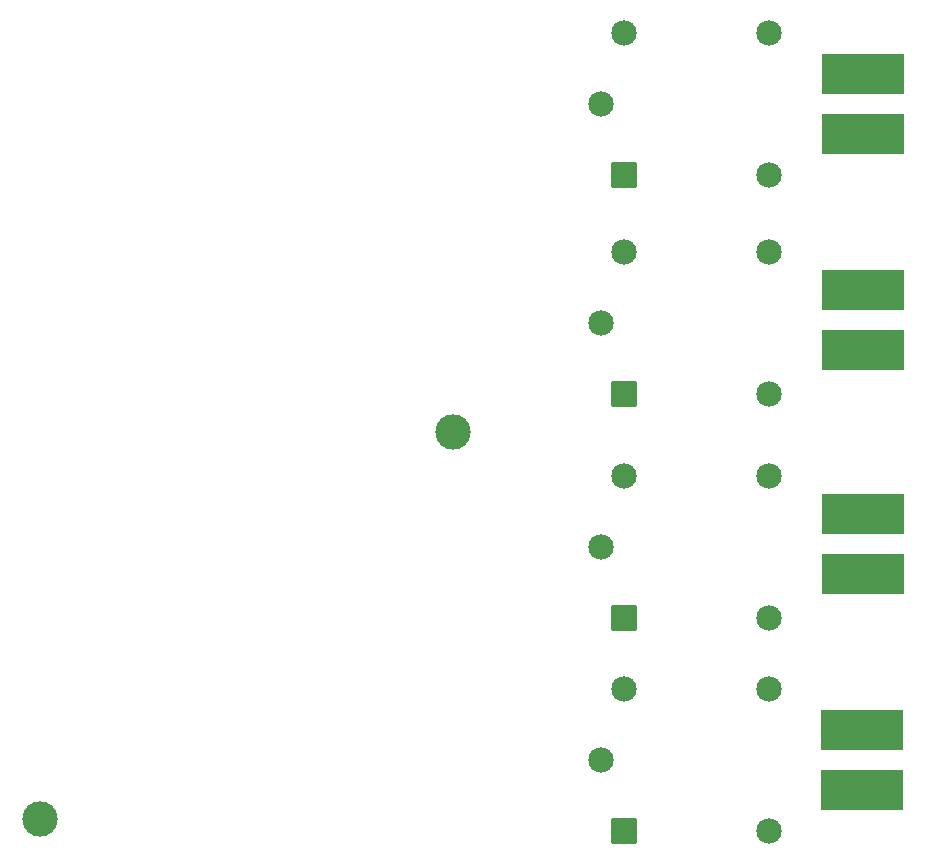
<source format=gbr>
%TF.GenerationSoftware,KiCad,Pcbnew,7.0.1*%
%TF.CreationDate,2023-08-30T01:48:52-03:00*%
%TF.ProjectId,IOT-V2,494f542d-5632-42e6-9b69-6361645f7063,rev?*%
%TF.SameCoordinates,Original*%
%TF.FileFunction,Soldermask,Bot*%
%TF.FilePolarity,Negative*%
%FSLAX46Y46*%
G04 Gerber Fmt 4.6, Leading zero omitted, Abs format (unit mm)*
G04 Created by KiCad (PCBNEW 7.0.1) date 2023-08-30 01:48:52*
%MOMM*%
%LPD*%
G01*
G04 APERTURE LIST*
G04 Aperture macros list*
%AMRoundRect*
0 Rectangle with rounded corners*
0 $1 Rounding radius*
0 $2 $3 $4 $5 $6 $7 $8 $9 X,Y pos of 4 corners*
0 Add a 4 corners polygon primitive as box body*
4,1,4,$2,$3,$4,$5,$6,$7,$8,$9,$2,$3,0*
0 Add four circle primitives for the rounded corners*
1,1,$1+$1,$2,$3*
1,1,$1+$1,$4,$5*
1,1,$1+$1,$6,$7*
1,1,$1+$1,$8,$9*
0 Add four rect primitives between the rounded corners*
20,1,$1+$1,$2,$3,$4,$5,0*
20,1,$1+$1,$4,$5,$6,$7,0*
20,1,$1+$1,$6,$7,$8,$9,0*
20,1,$1+$1,$8,$9,$2,$3,0*%
G04 Aperture macros list end*
%ADD10C,0.700000*%
%ADD11R,7.000000X3.500000*%
%ADD12C,3.000000*%
%ADD13RoundRect,0.102000X0.975000X-0.975000X0.975000X0.975000X-0.975000X0.975000X-0.975000X-0.975000X0*%
%ADD14C,2.154000*%
G04 APERTURE END LIST*
D10*
%TO.C,J7*%
X162558500Y-113400000D03*
X163178500Y-113400000D03*
X163778500Y-113400000D03*
X164398500Y-113400000D03*
X162558500Y-112800000D03*
X163178500Y-112800000D03*
X163778500Y-112800000D03*
X164398500Y-112800000D03*
D11*
X164638500Y-112540000D03*
D10*
X162538500Y-112200000D03*
X163158500Y-112200000D03*
X163758500Y-112200000D03*
X164378500Y-112200000D03*
X162558500Y-111600000D03*
X163178500Y-111600000D03*
X163778500Y-111600000D03*
X164398500Y-111600000D03*
X162558500Y-108300000D03*
X163178500Y-108300000D03*
X163778500Y-108300000D03*
X164398500Y-108300000D03*
X162558500Y-107700000D03*
X163178500Y-107700000D03*
X163778500Y-107700000D03*
X164398500Y-107700000D03*
D11*
X164638500Y-107460000D03*
D10*
X162558500Y-107100000D03*
X163178500Y-107100000D03*
X163778500Y-107100000D03*
X164398500Y-107100000D03*
X162558500Y-106500000D03*
X163178500Y-106500000D03*
X163778500Y-106500000D03*
X164398500Y-106500000D03*
%TD*%
%TO.C,J6*%
X162630000Y-95150000D03*
X163250000Y-95150000D03*
X163850000Y-95150000D03*
X164470000Y-95150000D03*
X162630000Y-94550000D03*
X163250000Y-94550000D03*
X163850000Y-94550000D03*
X164470000Y-94550000D03*
D11*
X164710000Y-94290000D03*
D10*
X162610000Y-93950000D03*
X163230000Y-93950000D03*
X163830000Y-93950000D03*
X164450000Y-93950000D03*
X162630000Y-93350000D03*
X163250000Y-93350000D03*
X163850000Y-93350000D03*
X164470000Y-93350000D03*
X162630000Y-90050000D03*
X163250000Y-90050000D03*
X163850000Y-90050000D03*
X164470000Y-90050000D03*
X162630000Y-89450000D03*
X163250000Y-89450000D03*
X163850000Y-89450000D03*
X164470000Y-89450000D03*
D11*
X164710000Y-89210000D03*
D10*
X162630000Y-88850000D03*
X163250000Y-88850000D03*
X163850000Y-88850000D03*
X164470000Y-88850000D03*
X162630000Y-88250000D03*
X163250000Y-88250000D03*
X163850000Y-88250000D03*
X164470000Y-88250000D03*
%TD*%
%TO.C,J5*%
X162630000Y-76150000D03*
X163250000Y-76150000D03*
X163850000Y-76150000D03*
X164470000Y-76150000D03*
X162630000Y-75550000D03*
X163250000Y-75550000D03*
X163850000Y-75550000D03*
X164470000Y-75550000D03*
D11*
X164710000Y-75290000D03*
D10*
X162610000Y-74950000D03*
X163230000Y-74950000D03*
X163830000Y-74950000D03*
X164450000Y-74950000D03*
X162630000Y-74350000D03*
X163250000Y-74350000D03*
X163850000Y-74350000D03*
X164470000Y-74350000D03*
X162630000Y-71050000D03*
X163250000Y-71050000D03*
X163850000Y-71050000D03*
X164470000Y-71050000D03*
X162630000Y-70450000D03*
X163250000Y-70450000D03*
X163850000Y-70450000D03*
X164470000Y-70450000D03*
D11*
X164710000Y-70210000D03*
D10*
X162630000Y-69850000D03*
X163250000Y-69850000D03*
X163850000Y-69850000D03*
X164470000Y-69850000D03*
X162630000Y-69250000D03*
X163250000Y-69250000D03*
X163850000Y-69250000D03*
X164470000Y-69250000D03*
%TD*%
%TO.C,J4*%
X162630000Y-57900000D03*
X163250000Y-57900000D03*
X163850000Y-57900000D03*
X164470000Y-57900000D03*
X162630000Y-57300000D03*
X163250000Y-57300000D03*
X163850000Y-57300000D03*
X164470000Y-57300000D03*
D11*
X164710000Y-57040000D03*
D10*
X162610000Y-56700000D03*
X163230000Y-56700000D03*
X163830000Y-56700000D03*
X164450000Y-56700000D03*
X162630000Y-56100000D03*
X163250000Y-56100000D03*
X163850000Y-56100000D03*
X164470000Y-56100000D03*
X162630000Y-52800000D03*
X163250000Y-52800000D03*
X163850000Y-52800000D03*
X164470000Y-52800000D03*
X162630000Y-52200000D03*
X163250000Y-52200000D03*
X163850000Y-52200000D03*
X164470000Y-52200000D03*
D11*
X164710000Y-51960000D03*
D10*
X162630000Y-51600000D03*
X163250000Y-51600000D03*
X163850000Y-51600000D03*
X164470000Y-51600000D03*
X162630000Y-51000000D03*
X163250000Y-51000000D03*
X163850000Y-51000000D03*
X164470000Y-51000000D03*
%TD*%
D12*
%TO.C,H1*%
X130000000Y-82250000D03*
%TD*%
%TO.C,H2*%
X95000000Y-115000000D03*
%TD*%
D13*
%TO.C,K7*%
X144500000Y-116000000D03*
D14*
X142500000Y-110000000D03*
X144500000Y-104000000D03*
X156700000Y-104000000D03*
X156700000Y-116000000D03*
%TD*%
D13*
%TO.C,K4*%
X144500000Y-60500000D03*
D14*
X142500000Y-54500000D03*
X144500000Y-48500000D03*
X156700000Y-48500000D03*
X156700000Y-60500000D03*
%TD*%
D13*
%TO.C,K3*%
X144500000Y-98000000D03*
D14*
X142500000Y-92000000D03*
X144500000Y-86000000D03*
X156700000Y-86000000D03*
X156700000Y-98000000D03*
%TD*%
D13*
%TO.C,K5*%
X144500000Y-79000000D03*
D14*
X142500000Y-73000000D03*
X144500000Y-67000000D03*
X156700000Y-67000000D03*
X156700000Y-79000000D03*
%TD*%
M02*

</source>
